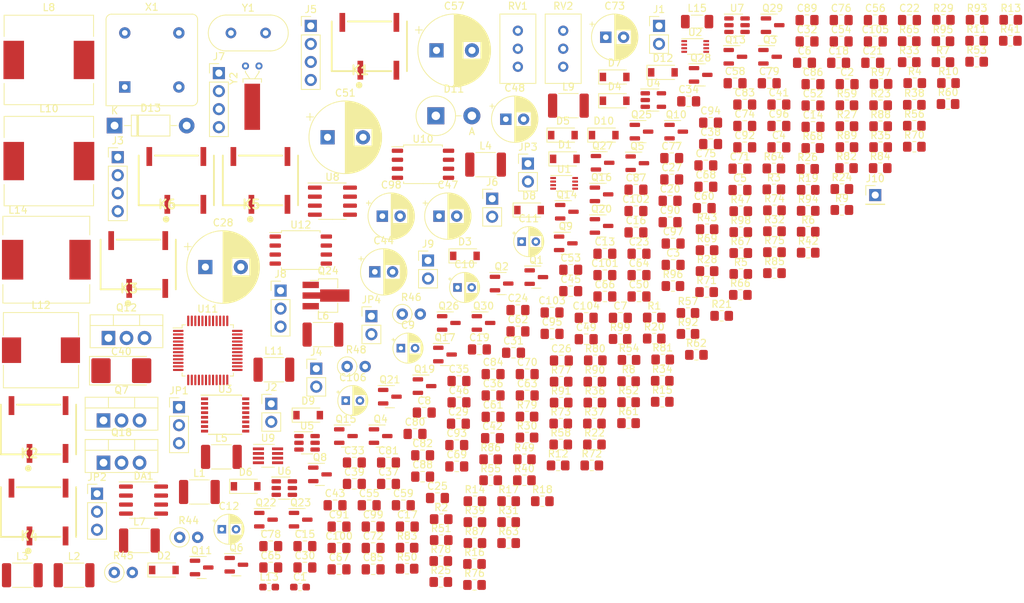
<source format=kicad_pcb>
(kicad_pcb (version 20211014) (generator pcbnew)
  (layers (0 "F.Cu" signal) (31 "B.Cu" signal) (34 "B.Paste" user) (35 "F.Paste" user) (36 "B.SilkS" user "B.Silkscreen") (37 "F.SilkS" user "F.Silkscreen") (38 "B.Mask" user) (39 "F.Mask" user) (44 "Edge.Cuts" user))
  (net 0 "")
  (net 1 "GND")
  (net 2 "Net-(C13-Pad1)")
  (net 3 "ANT_3.5")
  (net 4 "Net-(C27-Pad2)")
  (net 5 "Net-(DA1-Pad2)")
  (net 6 "Net-(DA1-Pad6)")
  (net 7 "SW_3.3V")
  (net 8 "Net-(C23-Pad1)")
  (net 9 "Net-(C23-Pad2)")
  (net 10 "Net-(C29-Pad1)")
  (net 11 "Net-(C31-Pad2)")
  (net 12 "Net-(Q5-Pad1)")
  (net 13 "Net-(R1-Pad1)")
  (net 14 "Net-(R2-Pad1)")
  (net 15 "Net-(R3-Pad1)")
  (net 16 "Net-(C41-Pad1)")
  (net 17 "Net-(U3-Pad6)")
  (net 18 "Net-(C49-Pad1)")
  (net 19 "Net-(C37-Pad2)")
  (net 20 "Net-(C38-Pad2)")
  (net 21 "Net-(C52-Pad1)")
  (net 22 "PWR_3.5_12")
  (net 23 "Net-(C20-Pad1)")
  (net 24 "Net-(C22-Pad1)")
  (net 25 "Net-(C52-Pad2)")
  (net 26 "PWR_3.5_OUT")
  (net 27 "Net-(C27-Pad1)")
  (net 28 "PWR_144_5")
  (net 29 "PWR_144_OUT")
  (net 30 "PWR_3.5_5")
  (net 31 "Net-(C54-Pad1)")
  (net 32 "Net-(C59-Pad1)")
  (net 33 "Net-(C59-Pad2)")
  (net 34 "Net-(C60-Pad1)")
  (net 35 "Net-(C63-Pad2)")
  (net 36 "Manipulation")
  (net 37 "Net-(C64-Pad1)")
  (net 38 "Net-(Q2-Pad1)")
  (net 39 "Net-(Q5-Pad3)")
  (net 40 "Net-(Q8-Pad1)")
  (net 41 "Net-(Q9-Pad1)")
  (net 42 "Net-(Q10-Pad1)")
  (net 43 "BATT_7.4V")
  (net 44 "REG_3.3V")
  (net 45 "REG_5V")
  (net 46 "ADC_UBATT")
  (net 47 "POWERS_3.5")
  (net 48 "Net-(C19-Pad2)")
  (net 49 "Net-(C19-Pad1)")
  (net 50 "Net-(C21-Pad2)")
  (net 51 "Net-(C67-Pad1)")
  (net 52 "Net-(C25-Pad2)")
  (net 53 "Net-(C26-Pad2)")
  (net 54 "Net-(C26-Pad1)")
  (net 55 "Net-(C67-Pad2)")
  (net 56 "Net-(C71-Pad1)")
  (net 57 "Net-(C31-Pad1)")
  (net 58 "Net-(C75-Pad1)")
  (net 59 "Net-(C75-Pad2)")
  (net 60 "Net-(C36-Pad1)")
  (net 61 "DISPLAY_4V")
  (net 62 "Net-(C78-Pad1)")
  (net 63 "Net-(C81-Pad1)")
  (net 64 "Net-(C82-Pad2)")
  (net 65 "Net-(C91-Pad1)")
  (net 66 "Net-(C61-Pad1)")
  (net 67 "Net-(C94-Pad2)")
  (net 68 "Net-(C63-Pad1)")
  (net 69 "Net-(C100-Pad1)")
  (net 70 "Net-(C101-Pad2)")
  (net 71 "Net-(D7-Pad1)")
  (net 72 "RESET")
  (net 73 "Net-(D10-Pad1)")
  (net 74 "ENCODER_BTN")
  (net 75 "Net-(C77-Pad1)")
  (net 76 "ENCODER_R")
  (net 77 "Net-(D10-Pad2)")
  (net 78 "Net-(C80-Pad1)")
  (net 79 "ENCODER_L")
  (net 80 "Net-(C82-Pad1)")
  (net 81 "Net-(K1-Pad3)")
  (net 82 "Net-(C84-Pad2)")
  (net 83 "Net-(K2-Pad3)")
  (net 84 "Net-(K3-Pad3)")
  (net 85 "Net-(K4-Pad3)")
  (net 86 "Net-(K5-Pad3)")
  (net 87 "Net-(K6-Pad3)")
  (net 88 "Net-(C91-Pad2)")
  (net 89 "Net-(Q13-Pad1)")
  (net 90 "BTN_RIGHT")
  (net 91 "BTN_LEFT")
  (net 92 "Net-(Q13-Pad3)")
  (net 93 "Net-(Q16-Pad1)")
  (net 94 "Net-(C102-Pad2)")
  (net 95 "Net-(C103-Pad2)")
  (net 96 "Net-(C104-Pad2)")
  (net 97 "Net-(Q20-Pad1)")
  (net 98 "Net-(Q21-Pad3)")
  (net 99 "Net-(Q22-Pad1)")
  (net 100 "Net-(Q29-Pad1)")
  (net 101 "Net-(Q30-Pad1)")
  (net 102 "ACTIVATE_3.3V")
  (net 103 "Net-(R28-Pad1)")
  (net 104 "Net-(R28-Pad2)")
  (net 105 "Net-(R58-Pad2)")
  (net 106 "Net-(R71-Pad2)")
  (net 110 "ACTIVATE_FOX")
  (net 111 "COMM_5V_ENABLE")
  (net 112 "ACTIVATE_3.5")
  (net 113 "ACTIVATE_144")
  (net 114 "Net-(D4-Pad2)")
  (net 115 "Net-(D11-Pad2)")
  (net 116 "Net-(D12-Pad2)")
  (net 117 "ADC_UANT")
  (net 118 "FAIL_LED")
  (net 119 "BT_TX")
  (net 120 "BT_RX")
  (net 121 "BT_5V")
  (net 122 "DISPLAY_SDA")
  (net 123 "DISPLAY_SCL")
  (net 124 "BOOT0")
  (net 125 "BOOT1")
  (net 126 "MATCH_3")
  (net 127 "SWDIO")
  (net 128 "MATCH_4")
  (net 129 "SWCLK")
  (net 130 "MANIP_144")
  (net 131 "Net-(Q1-Pad3)")
  (net 132 "Net-(Q1-Pad1)")
  (net 133 "Net-(Q2-Pad3)")
  (net 134 "Net-(Q3-Pad3)")
  (net 135 "Net-(Q3-Pad1)")
  (net 136 "Net-(Q4-Pad3)")
  (net 137 "Net-(Q4-Pad1)")
  (net 138 "Net-(Q6-Pad3)")
  (net 139 "Net-(Q6-Pad1)")
  (net 140 "Net-(Q7-Pad1)")
  (net 141 "Net-(Q11-Pad2)")
  (net 142 "Net-(Q12-Pad3)")
  (net 143 "Net-(Q14-Pad1)")
  (net 144 "Net-(Q19-Pad3)")
  (net 145 "Net-(Q19-Pad1)")
  (net 146 "Net-(Q21-Pad1)")
  (net 147 "Net-(Q25-Pad1)")
  (net 148 "Net-(Q26-Pad1)")
  (net 149 "Net-(Q27-Pad1)")
  (net 150 "Net-(Q28-Pad1)")
  (net 151 "DDS_SCLK")
  (net 152 "DDS_SDATA")
  (net 153 "DDS_FSYNC")
  (net 154 "ENABLE_UBATT_CHECK")
  (net 155 "ACTIVATE_DISPLAY")
  (net 156 "Net-(R26-Pad2)")
  (net 157 "Net-(R26-Pad1)")
  (net 158 "Net-(R27-Pad2)")
  (net 159 "Net-(R27-Pad1)")
  (net 160 "Net-(R33-Pad2)")
  (net 161 "ADC_U3.5_OUT")
  (net 162 "ENABLE_BT")
  (net 163 "MATCH_5")
  (net 164 "I2C2_SCL")
  (net 165 "I2C2_SDA")
  (net 166 "MATCH_2")
  (net 167 "MATCH_1")
  (net 168 "MATCH_0")
  (footprint "Resistor_SMD:R_0805_2012Metric_Pad1.20x1.40mm_HandSolder" (layer "F.Cu") (at 145.96 149.68)
    (fp_text reference "R73")
    (fp_text value "220k")
  )
  (footprint "Resistor_SMD:R_0805_2012Metric_Pad1.20x1.40mm_HandSolder" (layer "F.Cu") (at 166.58 122.3)
    (fp_text reference "R43")
    (fp_text value "1k")
  )
  (footprint "Package_SO:VSSOP-8_2.3x2mm_P0.5mm" (layer "F.Cu") (at 146.44 115.83)
    (fp_text reference "U1")
    (fp_text value "74LVC2T45DC")
  )
  (footprint "Capacitor_SMD:C_0805_2012Metric_Pad1.18x1.45mm_HandSolder" (layer "F.Cu") (at 152.18 131.77)
    (fp_text reference "C66")
    (fp_text value "0.1uF")
  )
  (footprint "Resistor_SMD:R_0805_2012Metric_Pad1.20x1.40mm_HandSolder" (layer "F.Cu") (at 133.87 163.57)
    (fp_text reference "R39")
    (fp_text value "39k")
  )
  (footprint "Capacitor_SMD:C_0805_2012Metric_Pad1.18x1.45mm_HandSolder" (layer "F.Cu") (at 131.62 143.68)
    (fp_text reference "C35")
    (fp_text value "4.7uF")
  )
  (footprint "Capacitor_SMD:C_0805_2012Metric_Pad1.18x1.45mm_HandSolder" (layer "F.Cu") (at 190.29 92.82)
    (fp_text reference "C56")
    (fp_text value "0.1uF")
  )
  (footprint "Resistor_SMD:R_0805_2012Metric_Pad1.20x1.40mm_HandSolder" (layer "F.Cu") (at 176.08 128.48)
    (fp_text reference "R85")
    (fp_text value "1k")
  )
  (footprint "Resistor_SMD:R_0805_2012Metric_Pad1.20x1.40mm_HandSolder" (layer "F.Cu") (at 180.83 122.65)
    (fp_text reference "R6")
    (fp_text value "10k")
  )
  (footprint "Capacitor_SMD:C_0805_2012Metric_Pad1.18x1.45mm_HandSolder" (layer "F.Cu") (at 156.56 119.73)
    (fp_text reference "C102")
    (fp_text value "8pF 250V")
  )
  (footprint "Resistor_SMD:R_0805_2012Metric_Pad1.20x1.40mm_HandSolder" (layer "F.Cu") (at 133.81 172.42)
    (fp_text reference "R76")
    (fp_text value "10")
  )
  (footprint "Capacitor_SMD:C_0805_2012Metric_Pad1.18x1.45mm_HandSolder" (layer "F.Cu") (at 119.53 164.2)
    (fp_text reference "C99")
    (fp_text value "0.1uF")
  )
  (footprint "Resistor_SMD:R_0805_2012Metric_Pad1.20x1.40mm_HandSolder" (layer "F.Cu") (at 161.77 130.3)
    (fp_text reference "R96")
    (fp_text value "100")
  )
  (footprint "Resistor_SMD:R_0805_2012Metric_Pad1.20x1.40mm_HandSolder" (layer "F.Cu") (at 200.6 101.7)
    (fp_text reference "R10")
    (fp_text value "10k")
  )
  (footprint "Capacitor_SMD:C_0805_2012Metric_Pad1.18x1.45mm_HandSolder" (layer "F.Cu") (at 125.43 151.14)
    (fp_text reference "C80")
    (fp_text value "8pF")
  )
  (footprint "Resistor_SMD:R_0805_2012Metric_Pad1.20x1.40mm_HandSolder" (layer "F.Cu") (at 195.79 107.72)
    (fp_text reference "R56")
    (fp_text value "100")
  )
  (footprint "Capacitor_SMD:C_0805_2012Metric_Pad1.18x1.45mm_HandSolder" (layer "F.Cu") (at 121.69 155.17)
    (fp_text reference "C81")
    (fp_text value "8pF")
  )
  (footprint "Capacitor_SMD:C_0805_2012Metric_Pad1.18x1.45mm_HandSolder" (layer "F.Cu") (at 195.1 92.82)
    (fp_text reference "C22")
    (fp_text value "10nF")
  )
  (footprint "Capacitor_SMD:C_0805_2012Metric_Pad1.18x1.45mm_HandSolder" (layer "F.Cu") (at 116.88 158.18)
    (fp_text reference "C39")
    (fp_text value "4.7uF")
  )
  (footprint "Capacitor_SMD:C_0805_2012Metric_Pad1.18x1.45mm_HandSolder" (layer "F.Cu") (at 119.53 167.21)
    (fp_text reference "C72")
    (fp_text value "0.1uF")
  )
  (footprint "Resistor_SMD:R_0805_2012Metric_Pad1.20x1.40mm_HandSolder" (layer "F.Cu") (at 141.21 151.65)
    (fp_text reference "R30")
    (fp_text value "300")
  )
  (footprint "Package_TO_SOT_SMD:SOT-23" (layer "F.Cu") (at 115.69 151.44)
    (fp_text reference "Q15")
    (fp_text value "BC847")
  )
  (footprint "Capacitor_SMD:C_0805_2012Metric_Pad1.18x1.45mm_HandSolder" (layer "F.Cu") (at 152.18 128.76)
    (fp_text reference "C101")
    (fp_text value "16pF 250V")
  )
  (footprint "Capacitor_SMD:C_0805_2012Metric_Pad1.18x1.45mm_HandSolder" (layer "F.Cu") (at 156.56 122.74)
    (fp_text reference "C16")
    (fp_text value "4.7uF")
  )
  (footprint "Connector_PinHeader_2.54mm:PinHeader_1x03_P2.54mm_Vertical" (layer "F.Cu") (at 92.17 147.37)
    (fp_text reference "JP1")
    (fp_text value "BOOT0")
  )
  (footprint "Inductor_SMD:L_1812_4532Metric_Pad1.30x3.40mm_HandSolder" (layer "F.Cu") (at 112.45 137.14)
    (fp_text reference "L6")
    (fp_text value "4.7uH")
  )
  (footprint "Capacitor_SMD:C_0805_2012Metric_Pad1.18x1.45mm_HandSolder" (layer "F.Cu") (at 156.99 128.76)
    (fp_text reference "C64")
    (fp_text value "0.1uF")
  )
  (footprint "Capacitor_SMD:C_0805_2012Metric_Pad1.18x1.45mm_HandSolder" (layer "F.Cu") (at 176.7 110.75)
    (fp_text reference "C4")
    (fp_text value "0.1uF")
  )
  (footprint "Capacitor_SMD:C_0805_2012Metric_Pad1.18x1.45mm_HandSolder" (layer "F.Cu") (at 124.34 164.2)
    (fp_text reference "C17")
    (fp_text value "4.7uF")
  )
  (footprint "Resistor_SMD:R_0805_2012Metric_Pad1.20x1.40mm_HandSolder" (layer "F.Cu") (at 150.71 149.68)
    (fp_text reference "R37")
    (fp_text value "51k")
  )
  (footprint "Capacitor_THT:CP_Radial_D6.3mm_P2.50mm" (layer "F.Cu") (at 138.225241 106.79)
    (fp_text reference "C48")
    (fp_text value "220uFx6.3V")
  )
  (footprint "Connector_PinHeader_2.54mm:PinHeader_1x03_P2.54mm_Vertical" (layer "F.Cu") (at 106.48 130.94)
    (fp_text reference "J8")
    (fp_text value "Buttons")
  )
  (footprint "Resistor_SMD:R_0805_2012Metric_Pad1.20x1.40mm_HandSolder" (layer "F.Cu") (at 186.29 107.78)
    (fp_text reference "R27")
    (fp_text value "100")
  )
  (footprint "Capacitor_SMD:C_0805_2012Metric_Pad1.18x1.45mm_HandSolder" (layer "F.Cu") (at 126.73 148.13)
    (fp_text reference "C8")
    (fp_text value "0.1uF")
  )
  (footprint "Capacitor_SMD:C_0805_2012Metric_Pad1.18x1.45mm_HandSolder" (layer "F.Cu") (at 109.91 166.95)
    (fp_text reference "C15")
    (fp_text value "4.7uF")
  )
  (footprint "Capacitor_SMD:C_0805_2012Metric_Pad1.18x1.45mm_HandSolder" (layer "F.Cu") (at 144.74 134.03)
    (fp_text reference "C103")
    (fp_text value "4pF 250V")
  )
  (footprint "Resistor_SMD:R_0805_2012Metric_Pad1.20x1.40mm_HandSolder" (layer "F.Cu") (at 129.12 163.15)
    (fp_text reference "R2")
    (fp_text value "100")
  )
  (footprint "Capacitor_SMD:C_0805_2012Metric_Pad1.18x1.45mm_HandSolder" (layer "F.Cu") (at 136.35 151.74)
    (fp_text reference "C42")
    (fp_text value "1nF")
  )
  (footprint "Resistor_SMD:R_0805_2012Metric_Pad1.20x1.40mm_HandSolder" (layer "F.Cu") (at 155.52 143.72)
    (fp_text reference "R8")
    (fp_text value "10k")
  )
  (footprint "Capacitor_SMD:C_0805_2012Metric_Pad1.18x1.45mm_HandSolder" (layer "F.Cu") (at 134.5 139.23)
    (fp_text reference "C19")
    (fp_text value "150pF")
  )
  (footprint "Resistor_SMD:R_0805_2012Metric_Pad1.20x1.40mm_HandSolder" (layer "F.Cu") (at 129.06 169.05)
    (fp_text reference "R78")
    (fp_text value "33")
  )
  (footprint "Resistor_SMD:R_0805_2012Metric_Pad1.20x1.40mm_HandSolder" (layer "F.Cu") (at 185.58 116.63)
    (fp_text reference "R24")
    (fp_text value "10k")
  )
  (footprint "Resistor_THT:R_Axial_DIN0207_L6.3mm_D2.5mm_P2.54mm_Vertical" (layer "F.Cu") (at 92.26 165.71)
    (fp_text reference "R44")
    (fp_text value "1")
  )
  (footprint "Resistor_SMD:R_0805_2012Metric_Pad1.20x1.40mm_HandSolder" (layer "F.Cu") (at 195.07 95.8)
    (fp_text reference "R65")
    (fp_text value "2k")
  )
  (footprint "Inductor_SMD:L_Pulse_PA4320" (layer "F.Cu") (at 73.47 126.59)
    (fp_text reference "L14")
    (fp_text value "300nH")
  )
  (footprint "Resistor_SMD:R_0805_2012Metric_Pad1.20x1.40mm_HandSolder" (layer "F.Cu") (at 133.87 160.62)
    (fp_text reference "R14")
    (fp_text value "10k")
  )
  (footprint "Resistor_SMD:R_0805_2012Metric_Pad1.20x1.40mm_HandSolder" (layer "F.Cu") (at 129.06 172)
    (fp_text reference "R25")
    (fp_text value "4.7k")
  )
  (footprint "Capacitor_SMD:C_0805_2012Metric_Pad1.18x1.45mm_HandSolder" (layer "F.Cu") (at 149.55 137.79)
    (fp_text reference "C49")
    (fp_text value "1nF")
  )
  (footprint "Capacitor_SMD:C_0805_2012Metric_Pad1.18x1.45mm_HandSolder" (layer "F.Cu") (at 139.93 136.69)
    (fp_text reference "C62")
    (fp_text value "0.1uF")
  )
  (footprint "Resistor_SMD:R_0805_2012Metric_Pad1.20x1.40mm_HandSolder" (layer "F.Cu") (at 159.14 134.75)
    (fp_text reference "R1")
    (fp_text value "100")
  )
  (footprint "Capacitor_SMD:C_0805_2012Metric_Pad1.18x1.45mm_HandSolder" (layer "F.Cu") (at 126.5 157.16)
    (fp_text reference "C88")
    (fp_text value "0.1uF")
  )
  (footprint "Capacitor_THT:CP_Radial_D6.3mm_P2.50mm" (layer "F.Cu") (at 152.315241 95.24)
    (fp_text reference "C73")
    (fp_text value "100uFx6.3V")
  )
  (footprint "Package_TO_SOT_THT:TO-220-3_Vertical" (layer "F.Cu") (at 81.53 149.24)
    (fp_text reference "Q7")
    (fp_text value "IRF4905")
  )
  (footprint "Package_TO_SOT_SMD:SOT-23" (layer "F.Cu") (at 135.08 135.5)
    (fp_text reference "Q30")
    (fp_text value "IRLML2502")
  )
  (footprint "Capacitor_SMD:C_0805_2012Metric_Pad1.18x1.45mm_HandSolder" (layer "F.Cu") (at 119.53 170.22)
    (fp_text reference "C85")
    (fp_text value "0.1uF")
  )
  (footprint "Connector_PinHeader_2.54mm:PinHeader_1x03_P2.54mm_Vertical" (layer "F.Cu") (at 80.62 159.56)
    (fp_text reference "JP2")
    (fp_text value "BOOT1")
  )
  (footprint "Capacitor_SMD:C_0805_2012Metric_Pad1.18x1.45mm_HandSolder" (layer "F.Cu") (at 171.22 116.77)
    (fp_text reference "C5")
    (fp_text value "0.1uF")
  )
  (footprint "Crystal:Crystal_C26-LF_D2.1mm_L6.5mm_Horizontal_1EP_style1" (layer "F.Cu") (at 101.54 99.29)
    (fp_text reference "Y2")
    (fp_text value "32768Hz")
  )
  (footprint "Capacitor_THT:CP_Radial_D6.3mm_P2.50mm" (layer "F.Cu") (at 120.825241 120.45)
    (fp_text reference "C98")
    (fp_text value "100uF x 16V")
  )
  (footprint "SamacSys:G6L-1F-DC5" (layer "F.Cu") (at 122.802 93.145)
    (fp_text reference "K1")
    (fp_text value "G6L-1F-DC5" hide)
  )
  (footprint "Resistor_SMD:R_0805_2012Metric_Pad1.20x1.40mm_HandSolder" (layer "F.Cu") (at 171.33 119.75)
    (fp_text reference "R47")
    (fp_text value "4.7k")
  )
  (footprint "Inductor_SMD:L_0603_1608Metric_Pad1.05x0.95mm_HandSolder" (layer "F.Cu") (at 104.87 172.72)
    (fp_text reference "L13")
    (fp_text value "200nH")
  )
  (footprint "Resistor_SMD:R_0805_2012Metric_Pad1.20x1.40mm_HandSolder" (layer "F.Cu") (at 133.87 166.52)
    (fp_text reference "R87")
    (fp_text value "10")
  )
  (footprint "Capacitor_THT:CP_Radial_D4.0mm_P2.00mm" (layer "F.Cu") (at 115.664801 146.44)
    (fp_text reference "C106")
    (fp_text value "22uF x 10V")
  )
  (footprint "Capacitor_SMD:C_0805_2012Metric_Pad1.18x1.45mm_HandSolder" (layer "F.Cu") (at 161.37 118.29)
    (fp_text reference "C20")
    (fp_text value "220pF")
  )
  (footprint "SamacSys:G6L-1F-DC5" (layer "F.Cu") (at 90.232 123.895)
    (fp_text reference "K3")
    (fp_text value "G6L-1F-DC5" hide)
  )
  (footprint "Package_TO_SOT_SMD:SOT-23" (layer "F.Cu") (at 130.19 135.5)
    (fp_text reference "Q26")
    (fp_text value "IRLML2502")
  )
  (footprint "Package_TO_SOT_SMD:SOT-23" (layer "F.Cu") (at 142.52 129.04)
    (fp_text reference "Q1")
    (fp_text value "BC847")
  )
  (footprint "Diode_SMD:D_SOD-123" (layer "F.Cu") (at 132.46 126.05)
    (fp_text reference "D3")
    (fp_text value "1N4148W")
  )
  (footprint "Resistor_SMD:R_0805_2012Metric_Pad1.20x1.40mm_HandSolder" (layer "F.Cu") (at 195.79 104.77)
    (fp_text reference "R38")
    (fp_text value "10k")
  )
  (footprint "Resistor_SMD:R_0805_2012Metric_Pad1.20x1.40mm_HandSolder" (layer "F.Cu") (at 199.82 98.75)
    (fp_text reference "R7")
    (fp_text value "10k")
  )
  (footprint "Connector_PinHeader_2.54mm:PinHeader_1x04_P2.54mm_Vertical" (layer "F.Cu") (at 110.74 93.64)
    (fp_text reference "J5")
    (fp_text value "Bluetooth")
  )
  (footprint "Inductor_SMD:L_1812_4532Metric_Pad1.30x3.40mm_HandSolder" (layer "F.Cu") (at 77.38 171.05)
    (fp_text reference "L2")
    (fp_text value "3.3uH")
  )
  (footprint "Resistor_SMD:R_0805_2012Metric_Pad1.20x1.40mm_HandSolder" (layer "F.Cu") (at 191.04 104.83)
    (fp_text reference "R23")
    (fp_text value "47k")
  )
  (footprint "SamacSys:G6L-1F-DC5" (layer "F.Cu") (at 107.452 112.045)
    (fp_text reference "K5")
    (fp_text value "G6L-1F-DC5" hide)
  )
  (footprint "Connector_PinHeader_2.54mm:PinHeader_1x04_P2.54mm_Vertical" (layer "F.Cu") (at 83.54 112.14)
    (fp_text reference "J3")
    (fp_text value "Encoder")
  )
  (footprint "Inductor_SMD:L_0603_1608Metric_Pad1.05x0.95mm_HandSolder" (layer "F.Cu") (at 109.22 172.72)
    (fp_text reference "C1")
    (fp_text value "100uFx16V")
  )
  (footprint "Capacitor_SMD:C_0805_2012Metric_Pad1.18x1.45mm_HandSolder" (layer "F.Cu") (at 156.99 131.77)
    (fp_text reference "C50")
    (fp_text value "4.7uF")
  )
  (footprint "Resistor_SMD:R_0805_2012Metric_Pad1.20x1.40mm_HandSolder" (layer "F.Cu") (at 176 116.68)
    (fp_text reference "R3")
    (fp_text value "100")
  )
  (footprint "Resistor_SMD:R_0805_2012Metric_Pad1.20x1.40mm_HandSolder" (layer "F.Cu") (at 191.04 107.78)
    (fp_text reference "R88")
    (fp_text value "4.7k")
  )
  (footprint "Connector_PinHeader_2.54mm:PinHeader_1x02_P2.54mm_Vertical" (layer "F.Cu") (at 136.3 117.99)
    (fp_text reference "J6")
    (fp_text value "Conn_01x02_Male")
  )
  (footprint "Resistor_SMD:R_0805_2012Metric_Pad1.20x1.40mm_HandSolder" (layer "F.Cu") (at 168.64 134.5)
    (fp_text reference "R21")
    (fp_text value "10")
  )
  (footprint "Resistor_SMD:R_0805_2012Metric_Pad1.20x1.40mm_HandSolder" (layer "F.Cu") (at 195.07 98.75)
    (fp_text reference "R33")
    (fp_text value "3.9k")
  )
  (footprint "Diode_SMD:D_SOD-123" (layer "F.Cu") (at 152.02 109.03)
    (fp_text reference "D10")
    (fp_text value "1N4148W")
  )
  (footprint "Capacitor_THT:CP_Radial_D4.0mm_P2.00mm" (layer "F.Cu") (at 123.434801 139.05)
    (fp_text reference "C9")
    (fp_text value "22uFx16V")
  )
  (footprint "Capacitor_SMD:C_0805_2012Metric_Pad1.18x1.45mm_HandSolder" (layer "F.Cu") (at 163.99 104.27)
    (fp_text reference "C34")
    (fp_text value "4.7uF")
  )
  (footprint "Diode_SMD:D_SOD-123" (layer "F.Cu") (at 160.36 100.19)
    (fp_text reference "D12")
    (fp_text value "1N4148W")
  )
  (footprint "Package_TO_SOT_SMD:SOT-23" (layer "F.Cu") (at 156.75 112.99)
    (fp_text reference "Q5")
    (fp_text value "BC847")
  )
  (footprint "Resistor_SMD:R_0805_2012Metric_Pad1.20x1.40mm_HandSolder" (layer "F.Cu") (at 176.08 119.63)
    (fp_text reference "R74")
    (fp_text value "11k")
  )
  (footprint "Connector_PinHeader_2.54mm:PinHeader_1x02_P2.54mm_Vertical" (layer "F.Cu") (at 127.26 126.7)
    (fp_text reference "J9")
    (fp_text value "Conn_01x02_Male")
  )
  (footprint "Package_SO:SOIC-8_3.9x4.9mm_P1.27mm" (layer "F.Cu") (at 113.79 118.34)
    (fp_text reference "U8")
    (fp_text value "UC3843_SOIC8")
  )
  (footprint "Capacitor_SMD:C_0805_2012Metric_Pad1.18x1.45mm_HandSolder" (layer "F.Cu") (at 139.31 139.7)
    (fp_text reference "C31")
    (fp_text value "10nF")
  )
  (footprint "Resistor_SMD:R_0805_2012Metric_Pad1.20x1.40mm_HandSolder" (layer "F.Cu") (at 160.33 140.65)
    (fp_text reference "R81")
    (fp_text value "10k")
  )
  (footprint "Resistor_SMD:R_0805_2012Metric_Pad1.20x1.40mm_HandSolder" (layer "F.Cu") (at 180.83 116.75)
    (fp_text reference "R19")
    (fp_text value "10")
  )
  (footprint "Resistor_SMD:R_0805_2012Metric_Pad1.20x1.40mm_HandSolder" (layer "F.Cu") (at 191.1 101.82)
    (fp_text reference "R97")
    (fp_text value "100")
  )
  (footprint "Resistor_SMD:R_0805_2012Metric_Pad1.20x1.40mm_HandSolder" (layer "F.Cu") (at 166.58 128.2)
    (fp_text reference "R28")
    (fp_text value "100")
  )
  (footprint "Resistor_SMD:R_0805_2012Metric_Pad1.20x1.40mm_HandSolder" (layer "F.Cu") (at 138.62 166.52)
    (fp_text reference "R63")
    (fp_text value "100")
  )
  (footprint "Resistor_SMD:R_0805_2012Metric_Pad1.20x1.40mm_HandSolder" (layer "F.Cu") (at 146.02 146.73)
    (fp_text reference "R91")
    (fp_text value "100")
  )
  (footprint "Package_SO:SOIC-8_5.23x5.23mm_P1.27mm" (layer "F.Cu") (at 126.55 113.14)
    (fp_text reference "U10")
    (fp_text value "ICS501")
  )
  (footprint "Package_TO_SOT_SMD:SOT-23" (layer "F.Cu") (at 157.34 108.54)
    (fp_text reference "Q25")
    (fp_text value "IRLML2502")
  )
  (footprint "Connector_PinHeader_2.54mm:PinHeader_1x02_P2.54mm_Vertical" (layer "F.Cu") (at 159.81 93.64)
    (fp_text reference "J1")
    (fp_text value "Conn_01x02_Male")
  )
  (footprint "Capacitor_THT:CP_Radial_D6.3mm_P2.50mm" (layer "F.Cu") (at 128.805241 120.45)
    (fp_text reference "C47")
    (fp_text value "220uFx6.3V")
  )
  (footprint "Capacitor_SMD:C_0805_2012Metric_Pad1.18x1.45mm_HandSolder" (layer "F.Cu") (at 116.88 155.17)
    (fp_text reference "C33")
    (fp_text value "1nF")
  )
  (footprint "Capacitor_SMD:C_0805_2012Metric_Pad1.18x1.45mm_HandSolder" (layer "F.Cu") (at 175.34 101.72)
    (fp_text reference "C79")
    (fp_text value "10nF")
  )
  (footprint "Package_TO_SOT_SMD:SOT-23" (layer "F.Cu") (at 95.36 169.96)
    (fp_text reference "Q11")
    (fp_text value "BC847")
  )
  (footprint "Capacitor_SMD:C_0805_2012Metric_Pad1.18x1.45mm_HandSolder" (layer "F.Cu") (at 156.56 116.72)
    (fp_text reference "C87")
    (fp_text value "10nF")
  )
  (footprint "Capacitor_SMD:C_0805_2012Metric_Pad1.18x1.45mm_HandSolder" (layer "F.Cu") (at 141.24 145.72)
    (fp_text reference "C63")
    (fp_text value "0.1uF")
  )
  (footprint "Capacitor_SMD:C_0805_2012Metric_Pad1.18x1.45mm_HandSolder" (layer "F.Cu") (at 171.89 104.73)
    (fp_text reference "C83")
    (fp_text value "4.7uF")
  )
  (footprint "Capacitor_SMD:C_0805_2012Metric_Pad1.18x1.45mm_HandSolder" (layer "F.Cu") (at 114.72 170.22)
    (fp_text reference "C67")
    (fp_text value "0.1uF")
  )
  (footprint "Resistor_SMD:R_0805_2012Metric_Pad1.20x1.40mm_HandSolder" (layer "F.Cu") (at 160.27 146.61)
    (fp_text reference "R15")
    (fp_text value "10k")
  )
  (footprint "Capacitor_SMD:C_0805_2012Metric_Pad1.18x1.45mm_HandSolder" (layer "F.Cu") (at 128.59 160.17)
    (fp_text reference "C25")
    (fp_text value "180pF")
  )
  (footprint "Package_TO_SOT_SMD:SOT-23-8_Handsoldering" (layer "F.Cu") (at 104.71 154.22)
    (fp_text reference "U9")
    (fp_text value "AD5245BRJZ10")
  )
  (footprint "Resistor_SMD:R_0805_2012Metric_Pad1.20x1.40mm_HandSolder" (layer "F.Cu") (at 155.52 149.62)
    (fp_text reference "R61")
    (fp_text value "6.8k")
  )
  (footprint "Resistor_SMD:R_0805_2012Metric_Pad1.20x1.40mm_HandSolder" (layer "F.Cu") (at 154.33 137.76)
    (fp_text reference "R99")
    (fp_text value "100")
  )
  (footprint "Capacitor_SMD:C_0805_2012Metric_Pad1.18x1.45mm_HandSolder" (layer "F.Cu") (at 185.48 95.83)
    (fp_text reference "C54")
    (fp_text value "0.1uF")
  )
  (footprint "Capacitor_THT:CP_Radial_D4.0mm_P2.00mm" (layer "F.Cu") (at 140.454801 124.04)
    (fp_text reference "C11")
    (fp_text value "22uFx16V")
  )
  (footprint "Package_TO_SOT_SMD:TSOT-23-6" (layer "F.Cu") (at 110.21 152.39)
    (fp_text reference "U5")
    (fp_text value "LM2734X")
  )
  (footprint "SamacSys:G6L-1F-DC5" (layer "F.Cu") (at 76.182 147.145)
    (fp_text reference "K2")
    (fp_text value "G6L-1F-DC5" hide)
  )
  (footprint "Resistor_SMD:R_0805_2012Metric_Pad1.20x1.40mm_HandSolder" (layer "F.Cu") (at 171.33 125.65)
    (fp_text reference "R67")
    (fp_text value "4.7k")
  )
  (footprint "Resistor_SMD:R_0805_2012Metric_Pad1.20x1.40mm_HandSolder" (layer "F.Cu") (at 140.84 154.72)
    (fp_text reference "R49")
    (fp_text value "10k")
  )
  (footprint "Resistor_SMD:R_0805_2012Metric_Pad1.20x1.40mm_HandSolder" (layer "F.Cu") (at 180.83 125.6)
    (fp_text reference "R42")
    (fp_text value "10k")
  )
  (footprint "Capacitor_SMD:C_0805_2012Metric_Pad1.18x1.45mm_HandSolder" (layer "F.Cu") (at 114.72 164.2)
    (fp_text reference "C91")
    (fp_text value "1nF")
  )
  (footprint "Resistor_SMD:R_0805_2012Metric_Pad1.20x1.40mm_HandSolder" (layer "F.Cu") (at 200.54 104.65)
    (fp_text reference "R60")
    (fp_text value "30k")
  )
  (footprint "Capacitor_SMD:C_0805_2012Metric_Pad1.18x1.45mm_HandSolder" (layer "F.Cu") (at 171.89 110.75)
    (fp_text reference "C92")
    (fp_text value "0.1uF")
  )
  (footprint "Capacitor_SMD:C_0805_2012Metric_Pad1.18x1.45mm_HandSolder" (layer "F.Cu") (at 170.53 101.72)
    (fp_text reference "C58")
    (fp_text value "4.7uF")
  )
  (footprint "Resistor_SMD:R_0805_2012Metric_Pad1.20x1.40mm_HandSolder" (layer "F.Cu") (at 150.83 140.77)
    (fp_text reference "R80")
    (fp_text value "4.7k")
  )
  (footprint "Capacitor_SMD:C_0805_2012Metric_Pad1.18x1.45mm_HandSolder" (layer "F.Cu") (at 171.89 107.74)
    (fp_text reference "C74")
    (fp_text value "10nF")
  )
  (footprint "Package_TO_SOT_SMD:SOT-23" (layer "F.Cu") (at 120.58 151.44)
    (fp_text reference "Q4")
    (fp_text value "BC847")
  )
  (footprint "Package_TO_SOT_SMD:SOT-23" (layer "F.Cu") (at 170.57 97.99)
    (fp_text reference "Q13")
    (fp_text value "BC847")
  )
  (footprint "Capacitor_SMD:C_0805_2012Metric_Pad1.18x1.45mm_HandSolder" (layer "F.Cu") (at 181.51 101.85)
    (fp_text reference "C86")
    (fp_text value "62pF 250V")
  )
  (footprint "Potentiometer_THT:Potentiometer_Bourns_3386C_Horizontal" (layer "F.Cu") (at 139.92 94.32)
    (fp_text reference "RV1")
    (fp_text value "20k")
  )
  (footprint "Capacitor_THT:CP_Radial_D4.0mm_P2.00mm" (layer "F.Cu") (at 98.204801 164.57)
    (fp_text reference "C12")
    (fp_text value "22uFx16V")
  )
  (footprint "Capacitor_SMD:C_0805_2012Metric_Pad1.18x1.45mm_HandSolder" (layer "F.Cu") (at 185.12 98.84)
    (fp_text reference "C18")
    (fp_text value "0.1uF")
  )
  (footprint "Capacitor_SMD:C_0805_2012Metric_Pad1.18x1.45mm_HandSolder" (layer "F.Cu") (at 114.72 167.21)
    (fp_text reference "C100")
    (fp_text value "56pF")
  )
  (footprint "Package_TO_SOT_SMD:SOT-23" (layer "F.Cu") (at 121.88 145.89)
    (fp_text reference "Q21")
    (fp_text value "BC847")
  )
  (footprint "Resistor_SMD:R_0805_2012Metric_Pad1.20x1.40mm_HandSolder" (layer "F.Cu") (at 171.27 131.55)
    (fp_text reference "R66")
    (fp_text value "4.7k")
  )
  (footprint "Resistor_SMD:R_0805_2012Metric_Pad1.20x1.40mm_HandSolder" (layer "F.Cu") (at 176 113.73)
    (fp_text reference "R64")
    (fp_text value "3.9k")
  )
  (footprint "Resistor_SMD:R_0805_2012Metric_Pad1.20x1.40mm_HandSolder" (layer "F.Cu") (at 150.34 155.58)
    (fp_text reference "R72")
    (fp_text value "10k")
  )
  (footprint "Connector_PinHeader_2.54mm:PinHeader_1x02_P2.54mm_Vertical" (layer "F.Cu") (at 141.34 113.04)
    (fp_text reference "JP3")
    (fp_text value "SWDIO")
  )
  (footprint "Resistor_SMD:R_0805_2012Metric_Pad1.20x1.40mm_HandSolder" (layer "F.Cu") (at 186.29 110.73)
    (fp_text reference "R89")
    (fp_text value "4.7k")
  )
  (footprint "Diode_THT:D_DO-27_P5.08mm_Vertical_AnodeUp" (layer "F.Cu") (at 128.36 106.31)
    (fp_text reference "D11")
    (fp_text value "1N5819")
  )
  (footprint "Resistor_SMD:R_0805_2012Metric_Pad1.20x1.40mm_HandSolder" (layer "F.Cu") (at 166.58 125.25)
    (fp_text reference "R69")
    (fp_text value "4.7k")
  )
  (footprint "Resistor_SMD:R_0805_2012Metric_Pad1.20x1.40mm_HandSolder" (layer "F.Cu") (at 204.63 92.79)
    (fp_text reference "R93")
    (fp_text value "4.7k")
  )
  (footprint "Resistor_SMD:R_0805_2012Metric_Pad1.20x1.40mm_HandSolder" (layer "F.Cu") (at 145.59 155.58)
    (fp_text reference "R12")
    (fp_text value "10k")
  )
  (footprint "Resistor_SMD:R_0805_2012Metric_Pad1.20x1.40mm_HandSolder" (layer "F.Cu") (at 209.32 95.74)
    (fp_text reference "R41")
    (fp_text value "10")
  )
  (footprint "Capacitor_SMD:C_0805_2012Metric_Pad1.18x1.45mm_HandSolder" (layer "F.Cu") (at 105.1 169.96)
    (fp_text reference "C65")
    (fp_text value "4.7uF")
  )
  (footprint "Resistor_SMD:R_0805_2012Metric_Pad1.20x1.40mm_HandSolder" (layer "F.Cu") (at 145.96 152.63)
    (fp_text reference "R58")
    (fp_text value "4.7k")
  )
  (footprint "Package_TO_SOT_THT:TO-220-3_Vertical" (layer "F.Cu") (at 81.53 155.2)
    (fp_text reference "Q18")
    (fp_text value "IRF610")
  )
  (footprint "Capacitor_SMD:C_0805_2012Metric_Pad1.18x1.45mm_HandSolder" (layer "F.Cu") (at 105.1 166.95)
    (fp_text reference "C78")
    (fp_text value "22pF")
  )
  (footprint "Resistor_SMD:R_0805_2012Metric_Pad1.20x1.40mm_HandSolder" (layer "F.Cu") (at 163.89 134.1)
    (fp_text reference "R57")
    (fp_text value "36k")
  )
  (footprint "Resistor_SMD:R_0805_2012Metric_Pad1.20x1.40mm_HandSolder" (layer "F.Cu") (at 209.38 92.79)
    (fp_text reference "R13")
    (fp_text value "10k")
  )
  (footprint "Capacitor_SMD:C_0805_2012Metric_Pad1.18x1.45mm_HandSolder" (layer "F.Cu") (at 181.51 107.87)
    (fp_text reference "C14")
    (fp_text value "4.7uF")
  )
  (footprint "Capacitor_THT:CP_Radial_D10.0mm_P5.00mm" (layer "F.Cu") (at 95.884646 127.62)
    (fp_text reference "C28")
    (fp_text value "1000uF x 10V")
  )
  (footprint "Inductor_SMD:L_10.4x10.4_H4.8" (layer "F.Cu") (at 72.72 139.34)
    (fp_text reference "L12")
    (fp_text value "13uH")
  )
  (footprint "Package_TO_SOT_SMD:SOT-23" (layer "F.Cu") (at 175.82 93.54)
    (fp_text reference "Q29")
    (fp_text value "IRLML2502")
  )
  (footprint "Resistor_SMD:R_0805_2012Metric_Pad1.20x1.40mm_HandSolder" (layer "F.Cu") (at 180.75 113.8)
    (fp_text reference "R26")
    (fp_text value "100")
  )
  (footprint "Package_TO_SOT_SMD:SOT-23" (layer "F.Cu") (at 165.68 100.54)
    (fp_text reference "Q28")
    (fp_text value "IRLML2502")
  )
  (footprint "Connector_PinHeader_2.54mm:PinHeader_1x01_P2.54mm_Vertical" (layer "F.Cu") (at 190.28 117.48)
    (fp_text reference "J10")
    (fp_text value "Conn_01x01_Male")
  )
  (footprint "Resistor_SMD:R_0805_2012Metric_Pad1.20x1.40mm_HandSolder" (layer "F.Cu") (at 171.33 122.7)
    (fp_text reference "R98")
    (fp_text value "100")
  )
  (footprint "Resistor_SMD:R_0805_2012Metric_Pad1.20x1.40mm_HandSolder" (layer "F.Cu") (at 181.48 110.85)
    (fp_text reference "R68")
    (fp_text value "33k")
  )
  (footprint "Capacitor_SMD:C_0805_2012Metric_Pad1.18x1.45mm_HandSolder" (layer "F.Cu") (at 161.6 112.27)
    (fp_text reference "C77")
    (fp_text value "22pF")
  )
  (footprint "SamacSys:G6L-1F-DC5" (layer "F.Cu") (at 76.182 158.775)
    (fp_text reference "K4")
    (fp_text value "G6L-1F-DC5" hide)
  )
  (footprint "Capacitor_SMD:C_0805_2012Metric_Pad1.18x1.45mm_HandSolder" (layer "F.Cu") (at 156.99 125.75)
    (fp_text reference "C23")
    (fp_text value "0.1uF")
  )
  (footprint "Capacitor_SMD:C_0805_2012Metric_Pad1.18x1.45mm_HandSolder" (layer "F.Cu") (at 186.32 101.85)
    (fp_text reference "C2")
    (fp_text value "0.1uF")
  )
  (footprint "Capacitor_Tantalum_SMD:CP_EIA-7132-28_AVX-C_Pad2.72x3.50mm_HandSolder" (layer "F.Cu") (at 84.04 142.225)
    (fp_text reference "C40")
    (fp_text value "10uFx25V tantalum")
  )
  (footprint "Capacitor_SMD:C_0805_2012Metric_Pad1.18x1.45mm_HandSolder" (layer "F.Cu") (at 146.05 140.8)
    (fp_text reference "C26")
    (fp_text value "10nF")
  )
  (footprint "Capacitor_SMD:C_0805_2012Metric_Pad1.18x1.45mm_HandSolder" (layer "F.Cu") (at 114.16 161.19)
    (fp_text reference "C43")
    (fp_text value "1nF")
  )
  (footprint "Resistor_SMD:R_0805_2012Metric_Pad1.20x1.40mm_HandSolder" (layer "F.Cu") (at 129.12 166.1)
    (fp_text reference "R51")
    (fp_text value "10")
  )
  (footprint "Resistor_SMD:R_0805_2012Metric_Pad1.20x1.40mm_HandSolder" (layer "F.Cu") (at 136.09 154.72)
    (fp_text reference "R86")
    (fp_text value "4.7k")
  )
  (footprint "Capacitor_SMD:C_0805_2012Metric_Pad1.18x1.45mm_HandSolder" (layer "F.Cu") (at 147.37 128.01)
    (fp_text reference "C53")
    (fp_text value "1nF")
  )
  (footprint "Capacitor_SMD:C_0805_2012Metric_Pad1.18x1.45mm_HandSolder" (layer "F.Cu") (at 131.31 152.71)
    (fp_text reference "C93")
    (fp_text value "0.1uF")
  )
  (footprint "Resistor_SMD:R_0805_2012Metric_Pad1.20x1.40mm_HandSolder" (layer "F.Cu") (at 124.31 167.18)
    (fp_text reference "R83")
    (fp_text value "4.7k")
  )
  (footprint "Inductor_SMD:L_1812_4532Metric_Pad1.30x3.40mm_HandSolder" (layer "F.Cu") (at 147.04 104.88)
    (fp_text reference "L9")
    (fp_text value "3.3uH")
  )
  (footprint "Resistor_THT:R_Axial_DIN0207_L6.3mm_D2.5mm_P2.54mm_Vertical" (layer "F.Cu") (at 115.86 141.64)
    (fp_text reference "R48")
    (fp_text value "1")
  )
  (footprint "Package_TO_SOT_SMD:SOT-23" (layer "F.Cu") (at 112.03 156.84)
    (fp_text reference "Q8")
    (fp_text value "IRLML6402")
  )
  (footprint "Inductor_SMD:L_12x12mm_H8mm" (layer "F.Cu") (at 73.83 112.69)
    (fp_text reference "L10")
    (fp_text value "150uH")
  )
  (footprint "Capacitor_SMD:C_0805_2012Metric_Pad1.18x1.45mm_HandSolder" (layer "F.Cu") (at 189.93 98.84)
    (fp_text reference "C21")
    (fp_text value "10nF")
  )
  (footprint "Package_SO:VSSOP-8_2.3x2mm_P0.5mm" (layer "F.Cu") (at 164.91 96.54)
    (fp_text reference "U2")
    (fp_text value "74LVC2T45DC")
  )
  (footprint "Diode_SMD:D_SOD-123" (layer "F.Cu") (at 110.37 148.49)
    (fp_text reference "D9")
    (fp_text value "1N4148W")
  )
  (footprint "Capacitor_SMD:C_0805_2012Metric_Pad1.18x1.45mm_HandSolder" (layer "F.Cu") (at 144.74 137.04)
    (fp_text reference "C95")
    (fp_text value "20pF")
  )
  (footprint "Capacitor_THT:CP_Radial_D4.0mm_P2.00mm" (layer "F.Cu") (at 131.414801 130.5)
    (fp_text reference "C10")
    (fp_text value "22uFx16V")
  )
  (footprint "Capacitor_SMD:C_0805_2012Metric_Pad1.18x1.45mm_HandSolder" (layer "F.Cu") (at 161.37 121.3)
    (fp_text reference "C90")
    (fp_text value "1nF")
  )
  (footprint "Resistor_SMD:R_0805_2012Metric_Pad1.20x1.40mm_HandSolder" (layer "F.Cu") (at 163.89 137.05)
    (fp_text reference "R92")
    (fp_text value "4.7k")
  )
  (footprint "Package_TO_SOT_SMD:SOT-23" (layer "F.Cu") (at 151.71 121.83)
    (fp_text reference "Q20")
    (fp_text value "IRLML6402")
  )
  (footprint "Resistor_SMD:R_0805_2012Metric_Pad1.20x1.40mm_HandSolder" (layer "F.Cu") (at 150.77 146.73)
    (fp_text reference "R36")
    (fp_text value "13k")
  )
  (footprint "Capacitor_SMD:C_0805_2012Metric_Pad1.18x1.45mm_HandSolder" (layer "F.Cu") (at 139.93 133.68)
    (fp_text reference "C24")
    (fp_text value "4.7uF")
  )
  (footprint "Resistor_SMD:R_0805_2012Metric_Pad1.20x1.40mm_HandSolder" (layer "F.Cu") (at 190.98 113.68)
    (fp_text reference "R84")
    (fp_text value "6.2k")
  )
  (footprint "Capacitor_SMD:C_0805_2012Metric_Pad1.18x1.45mm_HandSolder" (layer "F.Cu") (at 136.43 142.71)
    (fp_text reference "C84")
    (fp_text value "2pF 250V")
  )
  (footprint "Capacitor_SMD:C_0805_2012Metric_Pad1.18x1.45mm_HandSolder" (layer "F.Cu") (at 176.7 107.74)
    (fp_text reference "C96")
    (fp_text value "0.1uF")
  )
  (footprint "Resistor_SMD:R_0805_2012Metric_Pad1.20x1.40mm_HandSolder" (layer "F.Cu") (at 150.77 143.78)
    (fp_text reference "R90")
    (fp_text value "4.7k")
  )
  (footprint "Capacitor_SMD:C_0805_2012Metric_Pad1.18x1.45mm_HandSolder" (layer "F.Cu") (at 185.48 92.82)
    (fp_text reference "C76")
    (fp_text value "10nF")
  )
  (footprint "Package_TO_SOT_SMD:SOT-23" (layer "F.Cu") (at 151.71 117.38)
    (fp_text reference "Q16")
    (fp_text value "BSS138")
  )
  (footprint "Package_TO_SOT_SMD:SOT-23" (layer "F.Cu") (at 100.25 169.57)
    (fp_text reference "Q6")
    (fp_text value "IRLML6402")
  )
  (footprint "Capacitor_SMD:C_0805_2012Metric_Pad1.18x1.45mm_HandSolder" (layer "F.Cu") (at 190.29 95.83)
    (fp_text reference "C105")
    (fp_text value "0.1uF")
  )
  (footprint "Package_TO_SOT_SMD:SOT-23" (layer "F.Cu") (at 146.67 124.28)
    (fp_text reference "Q9")
    (fp_text value "IRLML6402")
  )
  (footprint "Package_TO_SOT_SMD:SOT-89-3_Handsoldering" (layer "F.Cu") (at 112.88 131.64)
    (fp_text reference "Q24")
    (fp_text value "AFT05MS003N")
  )
  (footprint "Capacitor_SMD:C_0805_2012Metric_Pad1.18x1.45mm_HandSolder" (layer "F.Cu") (at 180.67 95.83)
    (fp_text reference "C32")
    (fp_text value "100pF")
  )
  (footprint "Capacitor_SMD:C_0805_2012Metric_Pad1.18x1.45mm_HandSolder" (layer "F.Cu") (at 136.43 145.72)
    (fp_text reference "C36")
    (fp_text value "56pF")
  )
  (footprint "Package_TO_SOT_SMD:SOT-23" (layer "F.Cu") (at 137.63 129.95)
    (fp_text reference "Q2")
    (fp_text value "BC847")
  )
  (footprint "Inductor_SMD:L_1812_4532Metric_Pad1.30x3.40mm_HandSolder" (layer "F.Cu") (at 105.54 142.09)
    (fp_text reference "L11")
    (fp_text value "10uH")
  )
  (footprint "Capacitor_SMD:C_0805_2012Metric_Pad1.18x1.45mm_HandSolder" (layer "F.Cu") (at 109.91 169.96)
    (fp_text reference "C30")
    (fp_text value "1nF")
  )
  (footprint "Capacitor_SMD:C_0805_2012Metric_Pad1.18x1.45mm_HandSolder" (layer "F.Cu") (at 166.41 113.3)
    (fp_text reference "C75")
    (fp_text value "1nF")
  )
  (footprint "Diode_THT:D_DO-41_SOD81_P10.16mm_Horizontal" (layer "F.Cu") (at 83.09 107.69)
    (fp_text reference "D13")
    (fp_text value "1N4728A")
  )
  (footprint "Capacitor_SMD:C_0805_2012Metric_Pad1.18x1.45mm_HandSolder" (layer "F.Cu") (at 141.24 142.71)
    (fp_text reference "C70")
    (fp_text value "75pF")
  )
  (footprint "Crystal:Crystal_HC49-U_Vertical" (layer "F.Cu") (at 99.49 94.64)
    (fp_text reference "Y1")
    (fp_text value "8MHz")
  )
  (footprint "Capacitor_THT:CP_Radial_D6.3mm_P2.50mm" (layer "F.Cu") (at 119.765241 128.3)
    (fp_text reference "C44")
    (fp_text value "220uFx6.3V")
  )
  (footprint "Resistor_SMD:R_0805_2012Metric_Pad1.20x1.40mm_HandSolder" (layer "F.Cu") (at 171.33 128.6)
    (fp_text reference "R5")
    (fp_text value "47k")
  )
  (footprint "Inductor_SMD:L_1812_4532Metric_Pad1.30x3.40mm_HandSolder" (layer "F.Cu") (at 95.04 159.32)
    (fp_text reference "L1")
    (fp_text value "10uH")
  )
  (footprint "Resistor_SMD:R_0805_2012Metric_Pad1.20x1.40mm_HandSolder" (layer "F.Cu") (at 160.27 143.66)
    (fp_text reference "R34")
    (fp_text value "13k")
  )
  (footprint "Capacitor_SMD:C_0805_2012Metric_Pad1.18x1.45mm_HandSolder" (layer "F.Cu") (at 136.43 148.73)
    (fp_text reference "C61")
    (fp_text value "10nF")
  )
  (footprint "Resistor_SMD:R_0805_2012Metric_Pad1.20x1.40mm_HandSolder" (layer "F.Cu") (at 143.37 160.62)
    (fp_text reference "R18")
    (fp_text value "10")
  )
  (footprint "Capacitor_SMD:C_0805_2012Metric_Pad1.18x1.45mm_HandSolder" (layer "F.Cu") (at 149.55 134.78)
    (fp_text reference "C104")
    (fp_text value "2pF 250V")
  )
  (footprint "Capacitor_SMD:C_0805_2012Metric_Pad1.18x1.45mm_HandSolder" (layer "F.Cu") (at 123.78 161.19)
    (fp_text reference "C59")
    (fp_text value "0.1uF")
  )
  (footprint "Resistor_SMD:R_0805_2012Metric_Pad1.20x1.40mm_HandSolder" (layer "F.Cu") (at 146.02 143.78)
    (fp_text reference "R77")
    (fp_text value "39k")
  )
  (footprint "Capacitor_SMD:C_0805_2012Metric_Pad1.18x1.45mm_HandSolder" (layer "F.Cu") (at 154.36 134.78)
    (fp_text reference "C7")
    (fp_text value "0.1uF")
  )
  (footprint "Capacitor_SMD:C_0805_2012Metric_Pad1.18x1.45mm_HandSolder" (layer "F.Cu") (at 131.54 149.7)
    (fp_text reference "C29")
    (fp_text value "47pF")
  )
  (footprint "Resistor_SMD:R_0805_2012Metric_Pad1.20x1.40mm_HandSolder" (layer "F.Cu") (at 199.82 95.8)
    (fp_text reference "R95")
    (fp_text value "100")
  )
  (footprint "Inductor_SMD:L_12x12mm_H8mm" (layer "F.Cu") (at 73.83 98.44)
    (fp_text reference "L8")
    (fp_text value "50uH")
  )
  (footprint "Resistor_SMD:R_0805_2012Metric_Pad1.20x1.40mm_HandSolder" (layer "F.Cu") (at 176.08 122.58)
    (fp_text reference "R32")
    (fp_text value "12k")
  )
  (footprint "Diode_SMD:D_SOD-123" (layer "F.Cu") (at 146.27 109.03)
    (fp_text reference "D5")
    (fp_text value "MBR0520")
  )
  (footprint "Resistor_SMD:R_0805_2012Metric_Pad1.20x1.40mm_HandSolder" (layer "F.Cu") (at 155.58 140.71)
    (fp_text reference "R54")
    (fp_text value "100")
  )
  (footprint "Package_TO_SOT_SMD:SOT-23" (layer "F.Cu") (at 175.46 97.99)
    (fp_text reference "Q3")
    (fp_text value "BC847")
  )
  (footprint "Capacitor_SMD:C_0805_2012Metric_Pad1.18x1.45mm_HandSolder" (layer "F.Cu") (at 118.97 161.19)
    (fp_text reference "C55")
    (fp_text value "4.7uF")
  )
  (footprint "Resistor_SMD:R_0805_2012Metric_Pad1.20x1.40mm_HandSolder" (layer "F.Cu") (at 165.08 140)
    (fp_text reference "R62")
    (fp_text value "1k")
  )
  (footprint "Resistor_SMD:R_0805_2012Metric_Pad1.20x1.40mm_HandSolder" (layer "F.Cu") (at 138.62 163.57)
    (fp_text reference "R31")
    (fp_text value "150k")
  )
  (footprint "Capacitor_SMD:C_0805_2012Metric_Pad1.18x1.45mm_HandSolder" (layer "F.Cu") (at 167.08 107.28)
    (fp_text reference "C94")
    (fp_text value "32pF 250V")
  )
  (footprint "Inductor_SMD:L_1812_4532Metric_Pad1.30x3.40mm_HandSolder" (layer "F.Cu") (at 98.14 154.37)
    (fp_text reference "L5")
    (fp_text value "22uH")
  )
  (footprint "Resistor_SMD:R_0805_2012Metric_Pad1.20x1.40mm_HandSolder" (layer "F.Cu") (at 195.79 110.67)
    (fp_text reference "R70")
    (fp_text value "10k")
  )
  (footprint "Capacitor_SMD:C_0805_2012Metric_Pad1.18x1.45mm_HandSolder" (layer "F.Cu") (at 176.7 104.73)
    (fp_text reference "C41")
    (fp_text value "47pF")
  )
  (footprint "Inductor_SMD:L_1206_3216Metric_Pad1.22x1.90mm_HandSolder" (layer "F.Cu") (at 165.18 93.04)
    (fp_text reference "L15")
    (fp_text value "22nH")
  )
  (footprint "Inductor_SMD:L_1812_4532Metric_Pad1.30x3.40mm_HandSolder" (layer "F.Cu") (at 135.37 113.19)
    (fp_text reference "L4")
    (fp_text value "10uH")
  )
  (footprint "Resistor_SMD:R_0805_2012Metric_Pad1.20x1.40mm_HandSolder" (layer "F.Cu") (at 204.57 98.69)
    (fp_text reference "R53")
    (fp_text value "6.8k")
  )
  (footprint "Package_SO:SOIC-8_5.23x5.23mm_P1.27mm" (layer "F.Cu") (at 109.33 125.23)
    (fp_text reference "U12")
    (fp_text value "CAT24C256")
  )
  (footprint "Diode_SMD:D_SOD-123" (layer "F.Cu") (at 153.56 100.84)
    (fp_text reference "D7")
    (fp_text value "MBR0520")
  )
  (footprint "Capacitor_THT:CP_Radial_D10.0mm_P5.00mm" (layer "F.Cu") (at 128.454646 97.09)
    (fp_text reference "C57")
    (fp_text value "1000uF x 25V")
  )
  (footprint "Resistor_THT:R_Axial_DIN0207_L6.3mm_D2.5mm_P2.54mm_Vertical" (layer "F.Cu") (at 83.05 170.66)
    (fp_text reference "R45")
    (fp_text value "1")
  )
  (footprint "Resistor_SMD:R_0805_2012Metric_Pad1.20x1.40mm_HandSolder" (layer "F.Cu") (at 176.08 125.53)
    (fp_text reference "R75")
    (fp_text value "4.7k")
  )
  (footprint "Capacitor_SMD:C_0805_2012Metric_Pad1.18x1.45mm_HandSolder" (layer "F.Cu") (at 166.41 116.31)
    (fp_text reference "C68")
    (fp_text value "1nF")
  )
  (footprint "Resistor_SMD:R_0805_2012Metric_Pad1.20x1.40mm_HandSolder" (layer "F.Cu") (at 185.58 119.58)
    (fp_text reference "R9")
    (fp_text value "10k")
  )
  (footprint "Diode_SMD:D_SOD-123" (layer "F.Cu") (at 141.5 119.59)
    (fp_text reference "D8")
    (fp_text value "1N4148W")
  )
  (footprint "Diode_SMD:D_SOD-123" (layer "F.Cu") (at 90.04 170.31)
    (fp_text reference "D2")
    (fp_text value "1N4148W")
  )
  (footprint "Capacitor_SMD:C_0805_2012Metric_Pad1.18x1.45mm_HandSolder" (layer "F.Cu") (at 152.18 125.75)
    (fp_text reference "C13")
    (fp_text value "1uF")
  )
  (footprint "Resistor_SMD:R_0805_2012Metric_Pad1.20x1.40mm_HandSolder" (layer "F.Cu") (at 186.29 104.83)
    (fp_text reference "R59")
    (fp_text value "56k")
  )
  (footprint "Package_TO_SOT_SMD:SOT-23" (layer "F.Cu") (at 109.31 163.22)
    (fp_text reference "Q23")
    (fp_text value "BFS17")
  )
  (footprint "Package_TO_SOT_SMD:TSOT-23-6" (layer "F.Cu") (at 107.01 158.77)
    (fp_text reference "U6")
    (fp_text value "LM2734X")
  )
  (footprint "Resistor_SMD:R_0805_2012Metric_Pad1.20x1.40mm_HandSolder" (layer "F.Cu") (at 141.21 148.7)
    (fp_text reference "R79")
    (fp_text value "10k")
  )
  (footprint "Capacitor_SMD:C_0805_2012Metric_Pad1.18x1.45mm_HandSolder" (layer "F.Cu") (at 161.6 115.28)
    (fp_text reference "C27")
    (fp_text value "10nF")
  )
  (footprint "Connector_PinHeader_2.54mm:PinHeader_1x02_P2.54mm_Vertical" (layer "F.Cu") (at 119.28 134.55)
    (fp_text reference "JP4")
    (fp_text value "SWCLK")
  )
  (footprint "Resistor_SMD:R_0805_2012Metric_Pad1.20x1.40mm_HandSolder" (layer "F.Cu") (at 124.31 170.13)
    (fp_text reference "R50")
    (fp_text value "10k")
  )
  (footprint "Package_TO_SOT_SMD:SOT-23" (layer "F.Cu") (at 129.65 139.95)
    (fp_text reference "Q17")
    (fp_text value "BC847")
  )
  (footprint "Capacitor_SMD:C_0805_2012Metric_Pad1.18x1.45mm_HandSolder" (layer "F.Cu") (at 126.5 154.15)
    (fp_text reference "C82")
    (fp_text value "75pF")
  )
  (footprint "Resistor_SMD:R_0805_2012Metric_Pad1.20x1.40mm_HandSolder" (layer "F.Cu") (at 159.14 137.7)
    (fp_text reference "R20")
    (fp_text value "10")
  )
  (footprint "SamacSys:G6L-1F-DC5" (layer "F.Cu") (at 95.602 112.045)
    (fp_text reference "K6")
    (fp_text value "G6L-1F-DC5" hide)
  )
  (footprint "Package_TO_SOT_SMD:SOT-23" (layer "F.Cu") (at 162.23 108.54)
    (fp_text reference "Q10")
    (fp_text value "IRLML6402")
  )
  (footprint "Diode_SMD:D_SOD-123" (layer "F.Cu") (at 153.56 104.19)
    (fp_text reference "D4")
    (fp_text value "MBR0520")
  )
  (footprint "Capacitor_SMD:C_0805_2012Metric_Pad1.18x1.45mm_HandSolder" (layer "F.Cu") (at 171.22 113.76)
    (fp_text reference "C71")
    (fp_text value "10nF")
  )
  (footprint "Resistor_SMD:R_0805_2012Metric_Pad1.20x1.40mm_HandSolder" (layer "F.Cu") (at 140.84 157.67)
    (fp_text reference "R40")
    (fp_text value "10k")
  )
  (footprint "Package_TO_SOT_SMD:SOT-23" (layer "F.Cu") (at 104.42 163.22)
    (fp_text reference "Q22")
    (fp_text value "IRLML6402")
  )
  (footprint "Connector_PinHeader_2.54mm:PinHeader_1x04_P2.54mm_Vertical" (layer "F.Cu") (at 97.79 100.29)
    (fp_text reference "J7")
    (fp_text value "Display")
  )
  (footprint "Resistor_SMD:R_0805_2012Metric_Pad1.20x1.40mm_HandSolder" (layer "F.Cu") (at 166.52 131.15)
    (fp_text reference "R71")
    (fp_text value "4.7k")
  )
  (footprint "Resistor_SMD:R_0805_2012Metric_Pad1.20x1.40mm_HandSolder" (layer "F.Cu") (at 204.57 95.74)
    (fp_text reference "R11")
    (fp_text value "47k")
  )
  (footprint "Resistor_SMD:R_0805_2012Metric_Pad1.20x1.40mm_HandSolder" (layer "F.Cu") (at 138.62 160.62)
    (fp_text reference "R17")
    (fp_text value "47k")
  )
  (footprint "Capacitor_SMD:C_0805_2012Metric_Pad1.18x1.45mm_HandSolder" (layer "F.Cu") (at 131.31 155.72)
    (fp_text reference "C69")
    (fp_text value "0.1uF")
  )
  (footprint "Package_TO_SOT_SMD:SOT-23" (layer "F.Cu") (at 146.82 119.83)
    (fp_text reference "Q14")
    (fp_text value "IRLML6402")
  )
  (footprint "Diode_SMD:D_SOD-123" (layer "F.Cu") (at 101.56 158.52)
    (fp_text reference "D6")
    (fp_text value "MBR0520")
  )
  (footprint "Resistor_SMD:R_0805_2012Metric_Pad1.20x1.40mm_HandSolder" (layer "F.Cu") (at 186.23 113.68)
    (fp_text reference "R82")
    (fp_text value "10k")
  )
  (footprint "Package_TO_SOT_SMD:SOT-23-5" (layer "F.Cu") (at 159.01 104.09)
    (fp_text reference "U4")
    (fp_text value "LM27313XMF")
  )
  (footprint "Capacitor_SMD:C_0805_2012Metric_Pad1.18x1.45mm_HandSolder" (layer "F.Cu") (at 181.51 104.86)
    (fp_text reference "C52")
    (fp_text value "0.1uF")
  )
  (footprint "Resistor_SMD:R_0805_2012Metric_Pad1.20x1.40mm_HandSolder" (layer "F.Cu") (at 136.09 157.67)
    (fp_text reference "R55")
    (fp_text value "1k")
  )
  (footprint "Connector_PinHeader_2.54mm:PinHeader_1x02_P2.54mm_Vertical" (layer "F.Cu") (at 111.51 141.94)
    (fp_text reference "J4")
    (fp_text value "Failure LED")
  )
  (footprint "Package_SO:SOIC-8_3.9x4.9mm_P1.27mm" (layer "F.Cu") (at 87.17 160.46)
    (fp_text reference "DA1")
    (fp_text value "AD825")
  )
  (footprint "Resistor_SMD:R_0805_2012Metric_Pad1.20x1.40mm_HandSolder" (layer "F.Cu") (at 155.52 146.67)
    (fp_text reference "R52")
    (fp_text value "30k")
  )
  (footprint "Capacitor_SMD:C_0805_2012Metric_Pad1.18x1.45mm_HandSolder" (layer "F.Cu") (at 166.18 119.32)
    (fp_text reference "C60")
    (fp_text value "0.1uF")
  )
  (footprint "Capacitor_SMD:C_0805_2012Metric_Pad1.18x1.45mm_HandSolder" (layer "F.Cu") (at 180.67 92.82)
    (fp_text reference "C89")
    (fp_text value "10nF")
  )
  (footprint "Inductor_SMD:L_1812_4532Metric_Pad1.30x3.40mm_HandSolder" (layer "F.Cu") (at 70.09 171.05)
    (fp_text reference "L3")
    (fp_text value "10uH")
  )
  (footprint "Resistor_SMD:R_0805_2012Metric_Pad1.20x1.40mm_HandSolder" (layer "F.Cu") (at 195.85 101.7)
    (fp_text reference "R4")
    (fp_text value "47k")
  )
  (footprint "Connector_PinHeader_2.54mm:PinHeader_1x02_P2.54mm_Vertical" (layer "F.Cu") (at 105.17 146.89)
    (fp_text reference "J2")
    (fp_text value "Reset")
  )
  (footprint "Capacitor_SMD:C_0805_2012Metric_Pad1.18x1.45mm_HandSolder" (layer "F.Cu") (at 161.8 124.31)
    (fp_text reference "C97")
    (fp_text value "0.1uF")
  )
  (footprint "Capacitor_SMD:C_0805_2012Metric_Pad1.18x1.45mm_HandSolder" (layer "F.Cu") (at 180.31 98.84)
    (fp_text reference "C6")
    (fp_text value "1nF")
  )
  (footprint "Package_TO_SOT_THT:TO-220-3_Vertical" (layer "F.Cu") (at 82.23 137.62)
    (fp_text reference "Q12")
    (fp_text value "IRFZ44")
  )
  (footprint "Capacitor_THT:CP_Radial_D10.0mm_P5.00mm" (layer "F.Cu") (at 113.104646 109.34)
    (fp_text reference "C51")
    (fp_text value "1000uF x 25V")
  )
  (footprint "Package_TO_SOT_SMD:TSOT-23-6" (layer "F.Cu") (at 170.8 93.54)
    (fp_text reference "U7")
    (fp_text value "MAX1837EUT33-T")
  )
  (footprint "Package_SO:SSOP-16_4.4x5.2mm_P0.65mm" (layer "F.Cu") (at 98.67 148.47)
    (fp_text reference "U3")
    (fp_text value "AD9835")
  )
  (footprint "Capacitor_SMD:C_0805_2012Metric_Pad1.18x1.45mm_HandSolder" (layer "F.Cu") (at 121.69 158.18)
    (fp_text reference "C37")
    (fp_text value "1nF")
  )
  (footprint "Resistor_SMD:R_0805_2012Metric_Pad1.20x1.40mm_HandSolder" (layer "F.Cu") (at 133.81 169.47)
    (fp_text reference "R16")
    (fp_text value "10k")
  )
  (footprint "Diode_SMD:D_SOD-123" (layer "F.Cu") (at 146.54 112.38)
    (fp_text reference "D1")
    (fp_text value "1N4148W")
  )
  (footprint "Capacitor_SMD:C_0805_2012Metric_Pad1.18x1.45mm_HandSolder" (layer "F.Cu") (at 167.08 110.29)
    (fp_text reference "C38")
    (fp_text value "1nF")
  )
  (footprint "Capacitor_SMD:C_0805_2012Metric_Pad1.18x1.45mm_HandSolder" (layer "F.Cu") (at 131.62 146.69)
    (fp_text reference "C46")
    (fp_text value "4.7uF")
  )
  (footprint "Capacitor_SMD:C_0805_2012Metric_Pad1.18x1.45mm_HandSolder" (layer "F.Cu") (at 161.8 127.32)
    (fp_text reference "C3")
    (fp_text value "0.1uF")
  )
  (footprint "Inductor_SMD:L_1812_4532Metric_Pad1.30x3.40mm_HandSolder" (layer "F.Cu") (at 86.59 166.16)
    (fp_text reference "L7")
    (fp_text value "4.7uH")
  )
  (footprint "Oscillator:Oscillator_DIP-8" (layer "F.Cu") (at 84.53 102.25)
    (fp_text reference "X1")
    (fp_text value "50MHz")
  )
  (footprint "Package_TO_SOT_SMD:SOT-23" (layer "F.Cu") (at 151.86 112.93)
    (fp_text reference "Q27")
    (fp_text value "IRLML2502")
  )
  (footprint "Package_TO_SOT_SMD:SOT-23" (layer "F.Cu") (at 126.77 144.4)
    (fp_text reference "Q19")
    (fp_text value "BC847")
  )
  (footprint "Resistor_THT:R_Axial_DIN0207_L6.3mm_D2.5mm_P2.54mm_Vertical" (layer "F.Cu") (at 123.63 134.25)
    (fp_text reference "R46")
    (fp_text value "1")
  )
  (footprint "Package_QFP:LQFP-48_7x7mm_P0.5mm" (layer "F.Cu") (at 96.22 139.37)
    (fp_text reference "U11")
    (fp_text value "STM32F103C8Tx")
  )
  (footprint "Resistor_SMD:R_0805_2012Metric_Pad1.20x1.40mm_HandSolder" (layer "F.Cu") (at 199.88 92.79)
    (fp_text reference "R29")
    (fp_text value "1.3k")
  )
  (footprint "Potentiometer_THT:Potentiometer_Bourns_3386C_Horizontal" (layer "F.Cu") (at 146.31 94.32)
    (fp_text reference "RV2")
    (fp_text value "20k")
  )
  (footprint "Resistor_SMD:R_0805_2012Metric_Pad1.20x1.40mm_HandSolder" (layer "F.Cu") (at 180.83 119.7)
    (fp_text reference "R94")
    (fp_text value "4.7k")
  )
  (footprint "Resistor_SMD:R_0805_2012Metric_Pad1.20x1.40mm_HandSolder" (layer "F.Cu") (at 191.04 110.73)
    (fp_text reference "R35")
    (fp_text value "120k")
  )
  (footprint "Capacitor_SMD:C_0805_2012Metric_Pad1.18x1.45mm_HandSolder" (layer "F.Cu") (at 147.37 131.02)
    (fp_text reference "C45")
    (fp_text value "4.7uF")
  )
  (footprint "Resistor_SMD:R_0805_2012Metric_Pad1.20x1.40mm_HandSolder" (layer "F.Cu") (at 150.71 152.63)
    (fp_text reference "R22")
    (fp_text value "10")
  )
)
</source>
